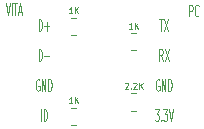
<source format=gbr>
%TF.GenerationSoftware,KiCad,Pcbnew,(7.0.0)*%
%TF.CreationDate,2023-08-04T14:46:15+02:00*%
%TF.ProjectId,PCH-2xxxJIG_0805_Nano,5043482d-3278-4787-984a-49475f303830,rev?*%
%TF.SameCoordinates,Original*%
%TF.FileFunction,Legend,Top*%
%TF.FilePolarity,Positive*%
%FSLAX46Y46*%
G04 Gerber Fmt 4.6, Leading zero omitted, Abs format (unit mm)*
G04 Created by KiCad (PCBNEW (7.0.0)) date 2023-08-04 14:46:15*
%MOMM*%
%LPD*%
G01*
G04 APERTURE LIST*
%ADD10C,0.125000*%
%ADD11C,0.120000*%
G04 APERTURE END LIST*
D10*
X60269525Y-31067380D02*
X60436191Y-32067380D01*
X60436191Y-32067380D02*
X60602858Y-31067380D01*
X60769524Y-32067380D02*
X60769524Y-31067380D01*
X60936191Y-31067380D02*
X61221905Y-31067380D01*
X61079048Y-32067380D02*
X61079048Y-31067380D01*
X61364762Y-31781666D02*
X61602857Y-31781666D01*
X61317143Y-32067380D02*
X61483809Y-31067380D01*
X61483809Y-31067380D02*
X61650476Y-32067380D01*
X70370001Y-37831309D02*
X70393810Y-37807500D01*
X70393810Y-37807500D02*
X70441429Y-37783690D01*
X70441429Y-37783690D02*
X70560477Y-37783690D01*
X70560477Y-37783690D02*
X70608096Y-37807500D01*
X70608096Y-37807500D02*
X70631905Y-37831309D01*
X70631905Y-37831309D02*
X70655715Y-37878928D01*
X70655715Y-37878928D02*
X70655715Y-37926547D01*
X70655715Y-37926547D02*
X70631905Y-37997976D01*
X70631905Y-37997976D02*
X70346191Y-38283690D01*
X70346191Y-38283690D02*
X70655715Y-38283690D01*
X70870000Y-38236071D02*
X70893810Y-38259880D01*
X70893810Y-38259880D02*
X70870000Y-38283690D01*
X70870000Y-38283690D02*
X70846191Y-38259880D01*
X70846191Y-38259880D02*
X70870000Y-38236071D01*
X70870000Y-38236071D02*
X70870000Y-38283690D01*
X71084286Y-37831309D02*
X71108095Y-37807500D01*
X71108095Y-37807500D02*
X71155714Y-37783690D01*
X71155714Y-37783690D02*
X71274762Y-37783690D01*
X71274762Y-37783690D02*
X71322381Y-37807500D01*
X71322381Y-37807500D02*
X71346190Y-37831309D01*
X71346190Y-37831309D02*
X71370000Y-37878928D01*
X71370000Y-37878928D02*
X71370000Y-37926547D01*
X71370000Y-37926547D02*
X71346190Y-37997976D01*
X71346190Y-37997976D02*
X71060476Y-38283690D01*
X71060476Y-38283690D02*
X71370000Y-38283690D01*
X71584285Y-38283690D02*
X71584285Y-37783690D01*
X71869999Y-38283690D02*
X71655714Y-37997976D01*
X71869999Y-37783690D02*
X71584285Y-38069404D01*
X65932857Y-39483690D02*
X65647143Y-39483690D01*
X65790000Y-39483690D02*
X65790000Y-38983690D01*
X65790000Y-38983690D02*
X65742381Y-39055119D01*
X65742381Y-39055119D02*
X65694762Y-39102738D01*
X65694762Y-39102738D02*
X65647143Y-39126547D01*
X66147142Y-39483690D02*
X66147142Y-38983690D01*
X66432856Y-39483690D02*
X66218571Y-39197976D01*
X66432856Y-38983690D02*
X66147142Y-39269404D01*
X71012857Y-33203690D02*
X70727143Y-33203690D01*
X70870000Y-33203690D02*
X70870000Y-32703690D01*
X70870000Y-32703690D02*
X70822381Y-32775119D01*
X70822381Y-32775119D02*
X70774762Y-32822738D01*
X70774762Y-32822738D02*
X70727143Y-32846547D01*
X71227142Y-33203690D02*
X71227142Y-32703690D01*
X71512856Y-33203690D02*
X71298571Y-32917976D01*
X71512856Y-32703690D02*
X71227142Y-32989404D01*
X65932857Y-31883690D02*
X65647143Y-31883690D01*
X65790000Y-31883690D02*
X65790000Y-31383690D01*
X65790000Y-31383690D02*
X65742381Y-31455119D01*
X65742381Y-31455119D02*
X65694762Y-31502738D01*
X65694762Y-31502738D02*
X65647143Y-31526547D01*
X66147142Y-31883690D02*
X66147142Y-31383690D01*
X66432856Y-31883690D02*
X66218571Y-31597976D01*
X66432856Y-31383690D02*
X66147142Y-31669404D01*
X63250000Y-41007380D02*
X63250000Y-40007380D01*
X63488095Y-41007380D02*
X63488095Y-40007380D01*
X63488095Y-40007380D02*
X63607143Y-40007380D01*
X63607143Y-40007380D02*
X63678571Y-40055000D01*
X63678571Y-40055000D02*
X63726190Y-40150238D01*
X63726190Y-40150238D02*
X63750000Y-40245476D01*
X63750000Y-40245476D02*
X63773809Y-40435952D01*
X63773809Y-40435952D02*
X63773809Y-40578809D01*
X63773809Y-40578809D02*
X63750000Y-40769285D01*
X63750000Y-40769285D02*
X63726190Y-40864523D01*
X63726190Y-40864523D02*
X63678571Y-40959761D01*
X63678571Y-40959761D02*
X63607143Y-41007380D01*
X63607143Y-41007380D02*
X63488095Y-41007380D01*
X63119047Y-37515000D02*
X63071428Y-37467380D01*
X63071428Y-37467380D02*
X62999999Y-37467380D01*
X62999999Y-37467380D02*
X62928571Y-37515000D01*
X62928571Y-37515000D02*
X62880952Y-37610238D01*
X62880952Y-37610238D02*
X62857142Y-37705476D01*
X62857142Y-37705476D02*
X62833333Y-37895952D01*
X62833333Y-37895952D02*
X62833333Y-38038809D01*
X62833333Y-38038809D02*
X62857142Y-38229285D01*
X62857142Y-38229285D02*
X62880952Y-38324523D01*
X62880952Y-38324523D02*
X62928571Y-38419761D01*
X62928571Y-38419761D02*
X62999999Y-38467380D01*
X62999999Y-38467380D02*
X63047618Y-38467380D01*
X63047618Y-38467380D02*
X63119047Y-38419761D01*
X63119047Y-38419761D02*
X63142856Y-38372142D01*
X63142856Y-38372142D02*
X63142856Y-38038809D01*
X63142856Y-38038809D02*
X63047618Y-38038809D01*
X63357142Y-38467380D02*
X63357142Y-37467380D01*
X63357142Y-37467380D02*
X63642856Y-38467380D01*
X63642856Y-38467380D02*
X63642856Y-37467380D01*
X63880952Y-38467380D02*
X63880952Y-37467380D01*
X63880952Y-37467380D02*
X64000000Y-37467380D01*
X64000000Y-37467380D02*
X64071428Y-37515000D01*
X64071428Y-37515000D02*
X64119047Y-37610238D01*
X64119047Y-37610238D02*
X64142857Y-37705476D01*
X64142857Y-37705476D02*
X64166666Y-37895952D01*
X64166666Y-37895952D02*
X64166666Y-38038809D01*
X64166666Y-38038809D02*
X64142857Y-38229285D01*
X64142857Y-38229285D02*
X64119047Y-38324523D01*
X64119047Y-38324523D02*
X64071428Y-38419761D01*
X64071428Y-38419761D02*
X64000000Y-38467380D01*
X64000000Y-38467380D02*
X63880952Y-38467380D01*
X63059523Y-35927380D02*
X63059523Y-34927380D01*
X63059523Y-34927380D02*
X63178571Y-34927380D01*
X63178571Y-34927380D02*
X63249999Y-34975000D01*
X63249999Y-34975000D02*
X63297618Y-35070238D01*
X63297618Y-35070238D02*
X63321428Y-35165476D01*
X63321428Y-35165476D02*
X63345237Y-35355952D01*
X63345237Y-35355952D02*
X63345237Y-35498809D01*
X63345237Y-35498809D02*
X63321428Y-35689285D01*
X63321428Y-35689285D02*
X63297618Y-35784523D01*
X63297618Y-35784523D02*
X63249999Y-35879761D01*
X63249999Y-35879761D02*
X63178571Y-35927380D01*
X63178571Y-35927380D02*
X63059523Y-35927380D01*
X63559523Y-35546428D02*
X63940476Y-35546428D01*
X63059523Y-33387380D02*
X63059523Y-32387380D01*
X63059523Y-32387380D02*
X63178571Y-32387380D01*
X63178571Y-32387380D02*
X63249999Y-32435000D01*
X63249999Y-32435000D02*
X63297618Y-32530238D01*
X63297618Y-32530238D02*
X63321428Y-32625476D01*
X63321428Y-32625476D02*
X63345237Y-32815952D01*
X63345237Y-32815952D02*
X63345237Y-32958809D01*
X63345237Y-32958809D02*
X63321428Y-33149285D01*
X63321428Y-33149285D02*
X63297618Y-33244523D01*
X63297618Y-33244523D02*
X63249999Y-33339761D01*
X63249999Y-33339761D02*
X63178571Y-33387380D01*
X63178571Y-33387380D02*
X63059523Y-33387380D01*
X63559523Y-33006428D02*
X63940476Y-33006428D01*
X63749999Y-33387380D02*
X63749999Y-32625476D01*
X75819047Y-32167380D02*
X75819047Y-31167380D01*
X75819047Y-31167380D02*
X76009523Y-31167380D01*
X76009523Y-31167380D02*
X76057142Y-31215000D01*
X76057142Y-31215000D02*
X76080952Y-31262619D01*
X76080952Y-31262619D02*
X76104761Y-31357857D01*
X76104761Y-31357857D02*
X76104761Y-31500714D01*
X76104761Y-31500714D02*
X76080952Y-31595952D01*
X76080952Y-31595952D02*
X76057142Y-31643571D01*
X76057142Y-31643571D02*
X76009523Y-31691190D01*
X76009523Y-31691190D02*
X75819047Y-31691190D01*
X76604761Y-32072142D02*
X76580952Y-32119761D01*
X76580952Y-32119761D02*
X76509523Y-32167380D01*
X76509523Y-32167380D02*
X76461904Y-32167380D01*
X76461904Y-32167380D02*
X76390476Y-32119761D01*
X76390476Y-32119761D02*
X76342857Y-32024523D01*
X76342857Y-32024523D02*
X76319047Y-31929285D01*
X76319047Y-31929285D02*
X76295238Y-31738809D01*
X76295238Y-31738809D02*
X76295238Y-31595952D01*
X76295238Y-31595952D02*
X76319047Y-31405476D01*
X76319047Y-31405476D02*
X76342857Y-31310238D01*
X76342857Y-31310238D02*
X76390476Y-31215000D01*
X76390476Y-31215000D02*
X76461904Y-31167380D01*
X76461904Y-31167380D02*
X76509523Y-31167380D01*
X76509523Y-31167380D02*
X76580952Y-31215000D01*
X76580952Y-31215000D02*
X76604761Y-31262619D01*
X72921905Y-40007380D02*
X73231429Y-40007380D01*
X73231429Y-40007380D02*
X73064762Y-40388333D01*
X73064762Y-40388333D02*
X73136191Y-40388333D01*
X73136191Y-40388333D02*
X73183810Y-40435952D01*
X73183810Y-40435952D02*
X73207619Y-40483571D01*
X73207619Y-40483571D02*
X73231429Y-40578809D01*
X73231429Y-40578809D02*
X73231429Y-40816904D01*
X73231429Y-40816904D02*
X73207619Y-40912142D01*
X73207619Y-40912142D02*
X73183810Y-40959761D01*
X73183810Y-40959761D02*
X73136191Y-41007380D01*
X73136191Y-41007380D02*
X72993334Y-41007380D01*
X72993334Y-41007380D02*
X72945715Y-40959761D01*
X72945715Y-40959761D02*
X72921905Y-40912142D01*
X73445714Y-40912142D02*
X73469524Y-40959761D01*
X73469524Y-40959761D02*
X73445714Y-41007380D01*
X73445714Y-41007380D02*
X73421905Y-40959761D01*
X73421905Y-40959761D02*
X73445714Y-40912142D01*
X73445714Y-40912142D02*
X73445714Y-41007380D01*
X73636190Y-40007380D02*
X73945714Y-40007380D01*
X73945714Y-40007380D02*
X73779047Y-40388333D01*
X73779047Y-40388333D02*
X73850476Y-40388333D01*
X73850476Y-40388333D02*
X73898095Y-40435952D01*
X73898095Y-40435952D02*
X73921904Y-40483571D01*
X73921904Y-40483571D02*
X73945714Y-40578809D01*
X73945714Y-40578809D02*
X73945714Y-40816904D01*
X73945714Y-40816904D02*
X73921904Y-40912142D01*
X73921904Y-40912142D02*
X73898095Y-40959761D01*
X73898095Y-40959761D02*
X73850476Y-41007380D01*
X73850476Y-41007380D02*
X73707619Y-41007380D01*
X73707619Y-41007380D02*
X73660000Y-40959761D01*
X73660000Y-40959761D02*
X73636190Y-40912142D01*
X74088571Y-40007380D02*
X74255237Y-41007380D01*
X74255237Y-41007380D02*
X74421904Y-40007380D01*
X73576666Y-35927380D02*
X73410000Y-35451190D01*
X73290952Y-35927380D02*
X73290952Y-34927380D01*
X73290952Y-34927380D02*
X73481428Y-34927380D01*
X73481428Y-34927380D02*
X73529047Y-34975000D01*
X73529047Y-34975000D02*
X73552857Y-35022619D01*
X73552857Y-35022619D02*
X73576666Y-35117857D01*
X73576666Y-35117857D02*
X73576666Y-35260714D01*
X73576666Y-35260714D02*
X73552857Y-35355952D01*
X73552857Y-35355952D02*
X73529047Y-35403571D01*
X73529047Y-35403571D02*
X73481428Y-35451190D01*
X73481428Y-35451190D02*
X73290952Y-35451190D01*
X73743333Y-34927380D02*
X74076666Y-35927380D01*
X74076666Y-34927380D02*
X73743333Y-35927380D01*
X73279048Y-32387380D02*
X73564762Y-32387380D01*
X73421905Y-33387380D02*
X73421905Y-32387380D01*
X73683809Y-32387380D02*
X74017142Y-33387380D01*
X74017142Y-32387380D02*
X73683809Y-33387380D01*
X73279047Y-37515000D02*
X73231428Y-37467380D01*
X73231428Y-37467380D02*
X73159999Y-37467380D01*
X73159999Y-37467380D02*
X73088571Y-37515000D01*
X73088571Y-37515000D02*
X73040952Y-37610238D01*
X73040952Y-37610238D02*
X73017142Y-37705476D01*
X73017142Y-37705476D02*
X72993333Y-37895952D01*
X72993333Y-37895952D02*
X72993333Y-38038809D01*
X72993333Y-38038809D02*
X73017142Y-38229285D01*
X73017142Y-38229285D02*
X73040952Y-38324523D01*
X73040952Y-38324523D02*
X73088571Y-38419761D01*
X73088571Y-38419761D02*
X73159999Y-38467380D01*
X73159999Y-38467380D02*
X73207618Y-38467380D01*
X73207618Y-38467380D02*
X73279047Y-38419761D01*
X73279047Y-38419761D02*
X73302856Y-38372142D01*
X73302856Y-38372142D02*
X73302856Y-38038809D01*
X73302856Y-38038809D02*
X73207618Y-38038809D01*
X73517142Y-38467380D02*
X73517142Y-37467380D01*
X73517142Y-37467380D02*
X73802856Y-38467380D01*
X73802856Y-38467380D02*
X73802856Y-37467380D01*
X74040952Y-38467380D02*
X74040952Y-37467380D01*
X74040952Y-37467380D02*
X74160000Y-37467380D01*
X74160000Y-37467380D02*
X74231428Y-37515000D01*
X74231428Y-37515000D02*
X74279047Y-37610238D01*
X74279047Y-37610238D02*
X74302857Y-37705476D01*
X74302857Y-37705476D02*
X74326666Y-37895952D01*
X74326666Y-37895952D02*
X74326666Y-38038809D01*
X74326666Y-38038809D02*
X74302857Y-38229285D01*
X74302857Y-38229285D02*
X74279047Y-38324523D01*
X74279047Y-38324523D02*
X74231428Y-38419761D01*
X74231428Y-38419761D02*
X74160000Y-38467380D01*
X74160000Y-38467380D02*
X74040952Y-38467380D01*
D11*
%TO.C,REF\u002A\u002A*%
X70892936Y-38665000D02*
X71347064Y-38665000D01*
X70892936Y-40135000D02*
X71347064Y-40135000D01*
X65812936Y-39905000D02*
X66267064Y-39905000D01*
X65812936Y-41375000D02*
X66267064Y-41375000D01*
X70892936Y-35035000D02*
X71347064Y-35035000D01*
X70892936Y-33565000D02*
X71347064Y-33565000D01*
X65812936Y-32285000D02*
X66267064Y-32285000D01*
X65812936Y-33755000D02*
X66267064Y-33755000D01*
%TD*%
M02*

</source>
